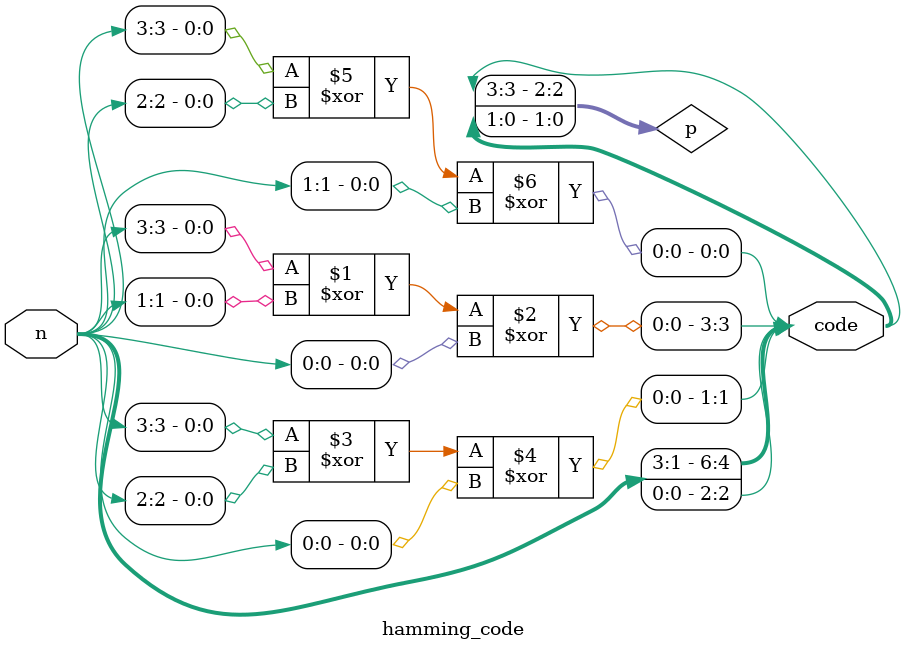
<source format=v>

module hamming_code(input [3:0] n,
			  output [6:0] code);

wire [2:0]p;//3 bit parity added with the data bits for EC and ED

assign p[2] = n[3] ^ n[1] ^ n[0] ;
assign p[1] = n[3] ^ n[2] ^ n[0] ;
assign p[0] = n[3] ^ n[2] ^ n[1] ;

assign code = {n[3:1],p[2],n[0],p[1:0]};

endmodule


</source>
